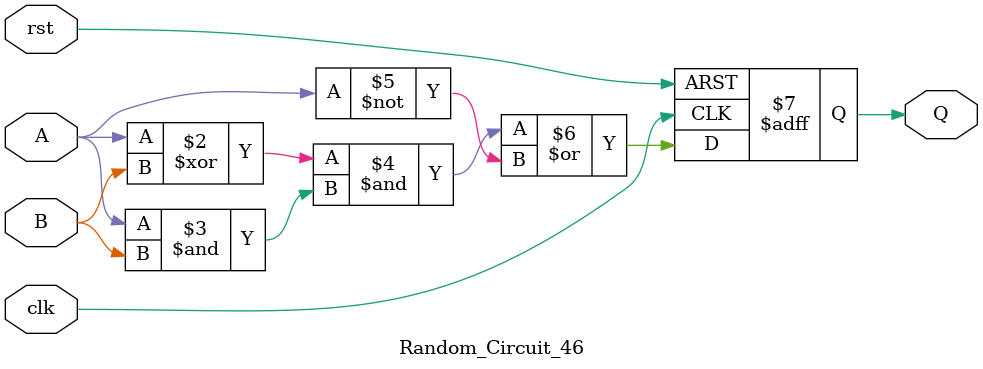
<source format=v>
module Random_Circuit_46 (
    input A, B, clk, rst,
    output reg Q
);
    always @(posedge clk or posedge rst) begin
        if (rst)
            Q <= 0;
        else
            Q <= (A ^ B) & (A & B) | ~A;  // XOR, AND, NOT logic
    end
endmodule

</source>
